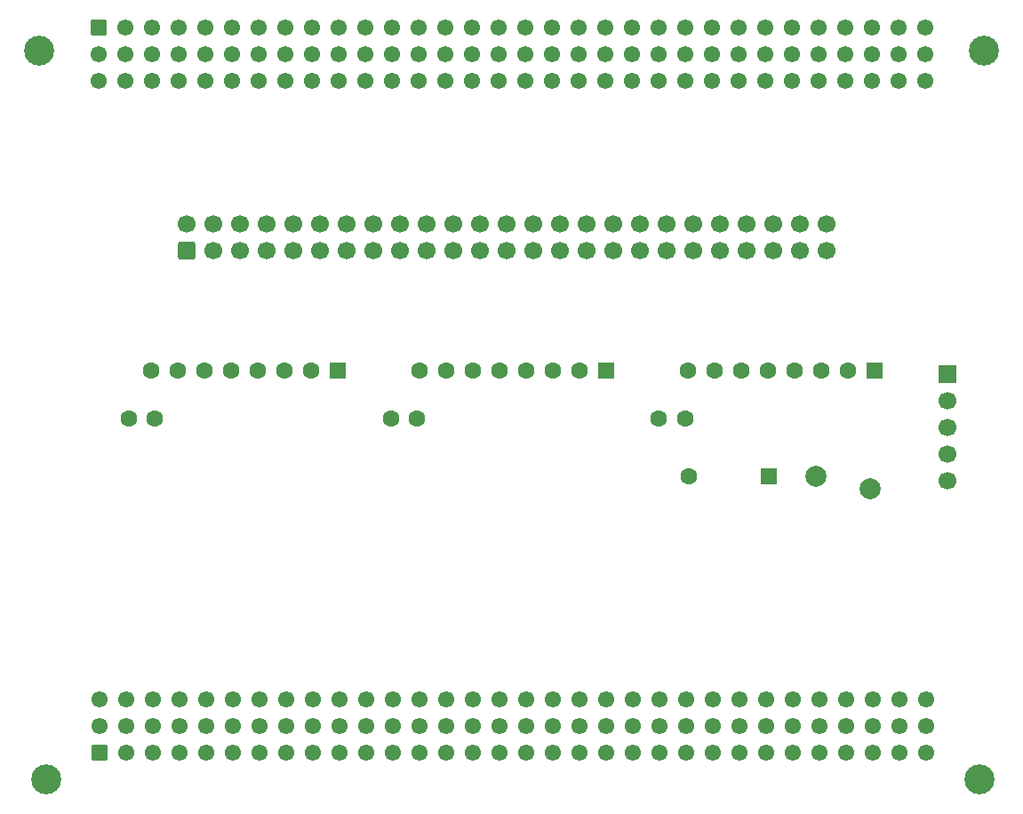
<source format=gbr>
%TF.GenerationSoftware,KiCad,Pcbnew,9.0.6*%
%TF.CreationDate,2025-12-23T22:05:24+01:00*%
%TF.ProjectId,MVME712M_P2_Adapter,4d564d45-3731-4324-9d5f-50325f416461,rev?*%
%TF.SameCoordinates,Original*%
%TF.FileFunction,Soldermask,Top*%
%TF.FilePolarity,Negative*%
%FSLAX46Y46*%
G04 Gerber Fmt 4.6, Leading zero omitted, Abs format (unit mm)*
G04 Created by KiCad (PCBNEW 9.0.6) date 2025-12-23 22:05:24*
%MOMM*%
%LPD*%
G01*
G04 APERTURE LIST*
G04 Aperture macros list*
%AMRoundRect*
0 Rectangle with rounded corners*
0 $1 Rounding radius*
0 $2 $3 $4 $5 $6 $7 $8 $9 X,Y pos of 4 corners*
0 Add a 4 corners polygon primitive as box body*
4,1,4,$2,$3,$4,$5,$6,$7,$8,$9,$2,$3,0*
0 Add four circle primitives for the rounded corners*
1,1,$1+$1,$2,$3*
1,1,$1+$1,$4,$5*
1,1,$1+$1,$6,$7*
1,1,$1+$1,$8,$9*
0 Add four rect primitives between the rounded corners*
20,1,$1+$1,$2,$3,$4,$5,0*
20,1,$1+$1,$4,$5,$6,$7,0*
20,1,$1+$1,$6,$7,$8,$9,0*
20,1,$1+$1,$8,$9,$2,$3,0*%
G04 Aperture macros list end*
%ADD10RoundRect,0.250000X0.600000X-0.600000X0.600000X0.600000X-0.600000X0.600000X-0.600000X-0.600000X0*%
%ADD11C,1.700000*%
%ADD12C,2.010000*%
%ADD13C,1.600000*%
%ADD14R,1.600000X1.600000*%
%ADD15R,1.700000X1.700000*%
%ADD16RoundRect,0.250000X0.550000X0.550000X-0.550000X0.550000X-0.550000X-0.550000X0.550000X-0.550000X0*%
%ADD17C,2.850000*%
%ADD18RoundRect,0.249999X-0.525001X-0.525001X0.525001X-0.525001X0.525001X0.525001X-0.525001X0.525001X0*%
%ADD19C,1.550000*%
%ADD20RoundRect,0.249999X-0.525001X0.525001X-0.525001X-0.525001X0.525001X-0.525001X0.525001X0.525001X0*%
G04 APERTURE END LIST*
D10*
%TO.C,J3*%
X54040000Y-60500000D03*
D11*
X54040000Y-57960000D03*
X56580000Y-60500000D03*
X56580000Y-57960000D03*
X59120000Y-60500000D03*
X59120000Y-57960000D03*
X61660000Y-60500000D03*
X61660000Y-57960000D03*
X64200000Y-60500000D03*
X64200000Y-57960000D03*
X66740000Y-60500000D03*
X66740000Y-57960000D03*
X69280000Y-60500000D03*
X69280000Y-57960000D03*
X71820000Y-60500000D03*
X71820000Y-57960000D03*
X74360000Y-60500000D03*
X74360000Y-57960000D03*
X76900000Y-60500000D03*
X76900000Y-57960000D03*
X79440000Y-60500000D03*
X79440000Y-57960000D03*
X81980000Y-60500000D03*
X81980000Y-57960000D03*
X84520000Y-60500000D03*
X84520000Y-57960000D03*
X87060000Y-60500000D03*
X87060000Y-57960000D03*
X89600000Y-60500000D03*
X89600000Y-57960000D03*
X92140000Y-60500000D03*
X92140000Y-57960000D03*
X94680000Y-60500000D03*
X94680000Y-57960000D03*
X97220000Y-60500000D03*
X97220000Y-57960000D03*
X99760000Y-60500000D03*
X99760000Y-57960000D03*
X102300000Y-60500000D03*
X102300000Y-57960000D03*
X104840000Y-60500000D03*
X104840000Y-57960000D03*
X107380000Y-60500000D03*
X107380000Y-57960000D03*
X109920000Y-60500000D03*
X109920000Y-57960000D03*
X112460000Y-60500000D03*
X112460000Y-57960000D03*
X115000000Y-60500000D03*
X115000000Y-57960000D03*
%TD*%
D12*
%TO.C,F1*%
X114000000Y-82000000D03*
X119100000Y-83200000D03*
%TD*%
D13*
%TO.C,C2*%
X76000000Y-76500000D03*
X73500000Y-76500000D03*
%TD*%
D14*
%TO.C,RN2*%
X93987000Y-72000000D03*
D13*
X91447000Y-72000000D03*
X88907000Y-72000000D03*
X86367000Y-72000000D03*
X83827000Y-72000000D03*
X81287000Y-72000000D03*
X78747000Y-72000000D03*
X76207000Y-72000000D03*
%TD*%
%TO.C,C1*%
X51000000Y-76500000D03*
X48500000Y-76500000D03*
%TD*%
%TO.C,C3*%
X101500000Y-76500000D03*
X99000000Y-76500000D03*
%TD*%
D15*
%TO.C,J1*%
X126500000Y-72340000D03*
D11*
X126500000Y-74880000D03*
X126500000Y-77420000D03*
X126500000Y-79960000D03*
X126500000Y-82500000D03*
%TD*%
D14*
%TO.C,RN1*%
X119577000Y-72000000D03*
D13*
X117037000Y-72000000D03*
X114497000Y-72000000D03*
X111957000Y-72000000D03*
X109417000Y-72000000D03*
X106877000Y-72000000D03*
X104337000Y-72000000D03*
X101797000Y-72000000D03*
%TD*%
D14*
%TO.C,RN3*%
X68397000Y-72000000D03*
D13*
X65857000Y-72000000D03*
X63317000Y-72000000D03*
X60777000Y-72000000D03*
X58237000Y-72000000D03*
X55697000Y-72000000D03*
X53157000Y-72000000D03*
X50617000Y-72000000D03*
%TD*%
D16*
%TO.C,D1*%
X109500000Y-82000000D03*
D13*
X101880000Y-82000000D03*
%TD*%
D17*
%TO.C,P2*%
X40647000Y-110936000D03*
X129547000Y-110936000D03*
D18*
X45727000Y-108396000D03*
D19*
X48267000Y-108396000D03*
X50807000Y-108396000D03*
X53347000Y-108396000D03*
X55887000Y-108396000D03*
X58427000Y-108396000D03*
X60967000Y-108396000D03*
X63507000Y-108396000D03*
X66047000Y-108396000D03*
X68587000Y-108396000D03*
X71127000Y-108396000D03*
X73667000Y-108396000D03*
X76207000Y-108396000D03*
X78747000Y-108396000D03*
X81287000Y-108396000D03*
X83827000Y-108396000D03*
X86367000Y-108396000D03*
X88907000Y-108396000D03*
X91447000Y-108396000D03*
X93987000Y-108396000D03*
X96527000Y-108396000D03*
X99067000Y-108396000D03*
X101607000Y-108396000D03*
X104147000Y-108396000D03*
X106687000Y-108396000D03*
X109227000Y-108396000D03*
X111767000Y-108396000D03*
X114307000Y-108396000D03*
X116847000Y-108396000D03*
X119387000Y-108396000D03*
X121927000Y-108396000D03*
X124467000Y-108396000D03*
X45727000Y-105856000D03*
X48267000Y-105856000D03*
X50807000Y-105856000D03*
X53347000Y-105856000D03*
X55887000Y-105856000D03*
X58427000Y-105856000D03*
X60967000Y-105856000D03*
X63507000Y-105856000D03*
X66047000Y-105856000D03*
X68587000Y-105856000D03*
X71127000Y-105856000D03*
X73667000Y-105856000D03*
X76207000Y-105856000D03*
X78747000Y-105856000D03*
X81287000Y-105856000D03*
X83827000Y-105856000D03*
X86367000Y-105856000D03*
X88907000Y-105856000D03*
X91447000Y-105856000D03*
X93987000Y-105856000D03*
X96527000Y-105856000D03*
X99067000Y-105856000D03*
X101607000Y-105856000D03*
X104147000Y-105856000D03*
X106687000Y-105856000D03*
X109227000Y-105856000D03*
X111767000Y-105856000D03*
X114307000Y-105856000D03*
X116847000Y-105856000D03*
X119387000Y-105856000D03*
X121927000Y-105856000D03*
X124467000Y-105856000D03*
X45727000Y-103316000D03*
X48267000Y-103316000D03*
X50807000Y-103316000D03*
X53347000Y-103316000D03*
X55887000Y-103316000D03*
X58427000Y-103316000D03*
X60967000Y-103316000D03*
X63507000Y-103316000D03*
X66047000Y-103316000D03*
X68587000Y-103316000D03*
X71127000Y-103316000D03*
X73667000Y-103316000D03*
X76207000Y-103316000D03*
X78747000Y-103316000D03*
X81287000Y-103316000D03*
X83827000Y-103316000D03*
X86367000Y-103316000D03*
X88907000Y-103316000D03*
X91447000Y-103316000D03*
X93987000Y-103316000D03*
X96527000Y-103316000D03*
X99067000Y-103316000D03*
X101607000Y-103316000D03*
X104147000Y-103316000D03*
X106687000Y-103316000D03*
X109227000Y-103316000D03*
X111767000Y-103316000D03*
X114307000Y-103316000D03*
X116847000Y-103316000D03*
X119387000Y-103316000D03*
X121927000Y-103316000D03*
X124467000Y-103316000D03*
%TD*%
D17*
%TO.C,J2*%
X130000000Y-41500000D03*
X40000000Y-41500000D03*
D20*
X45630000Y-39260000D03*
D19*
X48170000Y-39260000D03*
X50710000Y-39260000D03*
X53250000Y-39260000D03*
X55790000Y-39260000D03*
X58330000Y-39260000D03*
X60870000Y-39260000D03*
X63410000Y-39260000D03*
X65950000Y-39260000D03*
X68490000Y-39260000D03*
X71030000Y-39260000D03*
X73570000Y-39260000D03*
X76110000Y-39260000D03*
X78650000Y-39260000D03*
X81190000Y-39260000D03*
X83730000Y-39260000D03*
X86270000Y-39260000D03*
X88810000Y-39260000D03*
X91350000Y-39260000D03*
X93890000Y-39260000D03*
X96430000Y-39260000D03*
X98970000Y-39260000D03*
X101510000Y-39260000D03*
X104050000Y-39260000D03*
X106590000Y-39260000D03*
X109130000Y-39260000D03*
X111670000Y-39260000D03*
X114210000Y-39260000D03*
X116750000Y-39260000D03*
X119290000Y-39260000D03*
X121830000Y-39260000D03*
X124370000Y-39260000D03*
X45630000Y-41800000D03*
X48170000Y-41800000D03*
X50710000Y-41800000D03*
X53250000Y-41800000D03*
X55790000Y-41800000D03*
X58330000Y-41800000D03*
X60870000Y-41800000D03*
X63410000Y-41800000D03*
X65950000Y-41800000D03*
X68490000Y-41800000D03*
X71030000Y-41800000D03*
X73570000Y-41800000D03*
X76110000Y-41800000D03*
X78650000Y-41800000D03*
X81190000Y-41800000D03*
X83730000Y-41800000D03*
X86270000Y-41800000D03*
X88810000Y-41800000D03*
X91350000Y-41800000D03*
X93890000Y-41800000D03*
X96430000Y-41800000D03*
X98970000Y-41800000D03*
X101510000Y-41800000D03*
X104050000Y-41800000D03*
X106590000Y-41800000D03*
X109130000Y-41800000D03*
X111670000Y-41800000D03*
X114210000Y-41800000D03*
X116750000Y-41800000D03*
X119290000Y-41800000D03*
X121830000Y-41800000D03*
X124370000Y-41800000D03*
X45630000Y-44340000D03*
X48170000Y-44340000D03*
X50710000Y-44340000D03*
X53250000Y-44340000D03*
X55790000Y-44340000D03*
X58330000Y-44340000D03*
X60870000Y-44340000D03*
X63410000Y-44340000D03*
X65950000Y-44340000D03*
X68490000Y-44340000D03*
X71030000Y-44340000D03*
X73570000Y-44340000D03*
X76110000Y-44340000D03*
X78650000Y-44340000D03*
X81190000Y-44340000D03*
X83730000Y-44340000D03*
X86270000Y-44340000D03*
X88810000Y-44340000D03*
X91350000Y-44340000D03*
X93890000Y-44340000D03*
X96430000Y-44340000D03*
X98970000Y-44340000D03*
X101510000Y-44340000D03*
X104050000Y-44340000D03*
X106590000Y-44340000D03*
X109130000Y-44340000D03*
X111670000Y-44340000D03*
X114210000Y-44340000D03*
X116750000Y-44340000D03*
X119290000Y-44340000D03*
X121830000Y-44340000D03*
X124370000Y-44340000D03*
%TD*%
M02*

</source>
